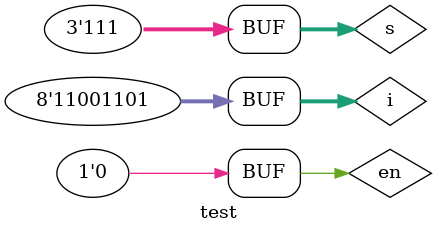
<source format=v>
`timescale 1ns / 1ps


module test;

	// Inputs
	reg en;
	reg [2:0] s;
	reg [7:0] i;

	// Outputs
	wire y;

	// Instantiate the Unit Under Test (UUT)
	mux8to1 uut (
		.en(en), 
		.s(s), 
		.i(i), 
		.y(y)
	);

	initial begin
		// Initialize Inputs
		en = 1;
		s = 0;
		i = 0;

		// Wait 100 ns for global reset to finish
		#20;
		i=8'b11001101;
      en=0;
		s=0;
      #10;
      s=1;
      #10;
		s=2;
      #10;
		s=3;
      #10;
		s=4;
      #10;	
      s=5;
      #10;
		s=6;
      #10;	
      s=7;	
	end    
endmodule


</source>
